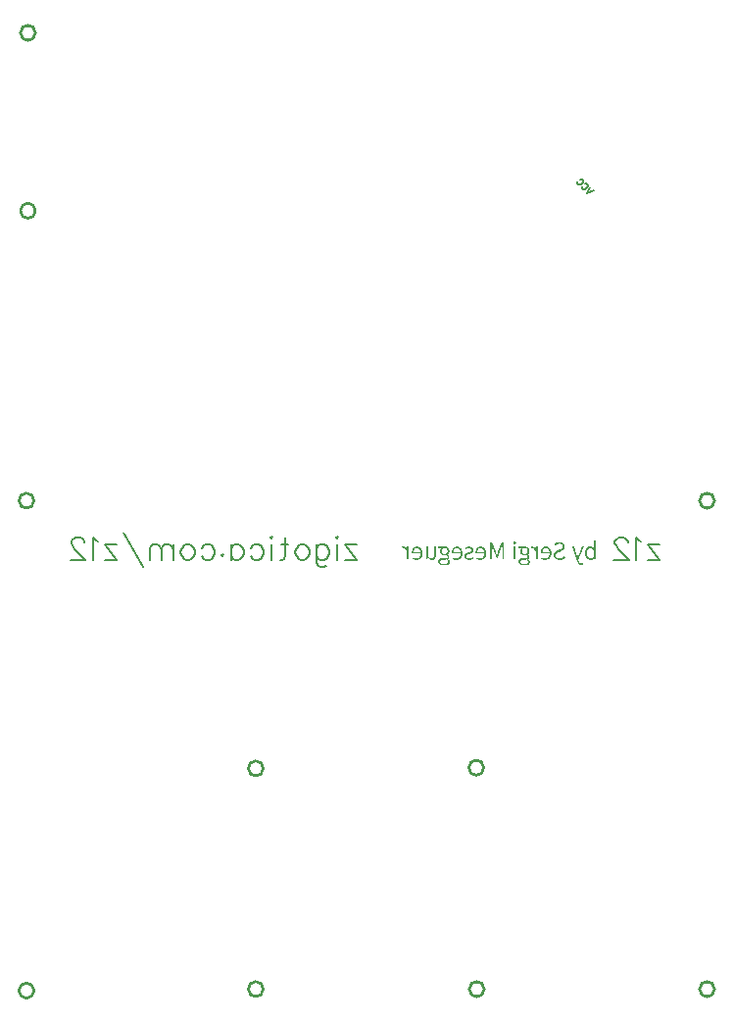
<source format=gbo>
G04 Layer: BottomSilkLayer*
G04 EasyEDA v6.4.7, 2020-12-12T13:13:04+01:00*
G04 d11925a588f84334974d7b2f1f55f34c,4d97e48eab474e129cc19cc013e78dee,10*
G04 Gerber Generator version 0.2*
G04 Scale: 100 percent, Rotated: No, Reflected: No *
G04 Dimensions in millimeters *
G04 leading zeros omitted , absolute positions ,3 integer and 3 decimal *
%FSLAX33Y33*%
%MOMM*%
G90*
D02*

%ADD10C,0.254000*%
%ADD24C,0.203200*%
%ADD26C,0.152400*%

%LPD*%

%LPD*%
G36*
G01X44750Y40556D02*
G01X44702Y40564D01*
G01X44658Y40556D01*
G01X44622Y40534D01*
G01X44599Y40499D01*
G01X44590Y40452D01*
G01X44599Y40405D01*
G01X44622Y40368D01*
G01X44658Y40346D01*
G01X44702Y40338D01*
G01X44750Y40346D01*
G01X44787Y40368D01*
G01X44811Y40405D01*
G01X44819Y40452D01*
G01X44811Y40499D01*
G01X44787Y40534D01*
G01X44750Y40556D01*
G37*

%LPD*%
G36*
G01X35111Y40126D02*
G01X35065Y40130D01*
G01X35033Y40129D01*
G01X35004Y40125D01*
G01X34976Y40118D01*
G01X34948Y40107D01*
G01X34981Y39962D01*
G01X35008Y39970D01*
G01X35032Y39976D01*
G01X35057Y39979D01*
G01X35086Y39980D01*
G01X35122Y39976D01*
G01X35159Y39966D01*
G01X35197Y39948D01*
G01X35234Y39922D01*
G01X35270Y39886D01*
G01X35306Y39842D01*
G01X35338Y39787D01*
G01X35367Y39721D01*
G01X35367Y39005D01*
G01X35533Y39005D01*
G01X35533Y40102D01*
G01X35398Y40102D01*
G01X35383Y39901D01*
G01X35375Y39901D01*
G01X35346Y39950D01*
G01X35313Y39995D01*
G01X35278Y40034D01*
G01X35239Y40067D01*
G01X35198Y40094D01*
G01X35156Y40113D01*
G01X35111Y40126D01*
G37*

%LPD*%
G36*
G01X42761Y40493D02*
G01X42553Y40493D01*
G01X42553Y39005D01*
G01X42711Y39005D01*
G01X42711Y39863D01*
G01X42710Y39913D01*
G01X42709Y39966D01*
G01X42706Y40022D01*
G01X42704Y40078D01*
G01X42700Y40135D01*
G01X42697Y40191D01*
G01X42693Y40245D01*
G01X42690Y40295D01*
G01X42698Y40295D01*
G01X42815Y39957D01*
G01X43107Y39157D01*
G01X43221Y39157D01*
G01X43513Y39957D01*
G01X43633Y40295D01*
G01X43640Y40295D01*
G01X43637Y40245D01*
G01X43634Y40191D01*
G01X43631Y40135D01*
G01X43627Y40078D01*
G01X43625Y40022D01*
G01X43622Y39966D01*
G01X43620Y39913D01*
G01X43620Y39005D01*
G01X43772Y39005D01*
G01X43772Y40493D01*
G01X43564Y40493D01*
G01X43272Y39680D01*
G01X43246Y39600D01*
G01X43219Y39521D01*
G01X43192Y39441D01*
G01X43165Y39363D01*
G01X43155Y39363D01*
G01X43128Y39441D01*
G01X43102Y39521D01*
G01X43077Y39600D01*
G01X43051Y39680D01*
G01X42761Y40493D01*
G37*

%LPD*%
G36*
G01X44786Y40102D02*
G01X44621Y40102D01*
G01X44621Y39005D01*
G01X44786Y39005D01*
G01X44786Y40102D01*
G37*

%LPD*%
G36*
G01X46244Y40126D02*
G01X46198Y40130D01*
G01X46166Y40129D01*
G01X46137Y40125D01*
G01X46110Y40118D01*
G01X46084Y40107D01*
G01X46114Y39962D01*
G01X46141Y39970D01*
G01X46165Y39976D01*
G01X46189Y39979D01*
G01X46218Y39980D01*
G01X46254Y39976D01*
G01X46292Y39966D01*
G01X46330Y39948D01*
G01X46367Y39922D01*
G01X46403Y39886D01*
G01X46438Y39842D01*
G01X46471Y39787D01*
G01X46500Y39721D01*
G01X46500Y39005D01*
G01X46665Y39005D01*
G01X46665Y40102D01*
G01X46531Y40102D01*
G01X46516Y39901D01*
G01X46510Y39901D01*
G01X46480Y39950D01*
G01X46447Y39995D01*
G01X46411Y40034D01*
G01X46372Y40067D01*
G01X46332Y40094D01*
G01X46288Y40113D01*
G01X46244Y40126D01*
G37*

%LPD*%
G36*
G01X36291Y40127D02*
G01X36244Y40130D01*
G01X36178Y40126D01*
G01X36117Y40114D01*
G01X36060Y40094D01*
G01X36010Y40067D01*
G01X35965Y40033D01*
G01X35925Y39992D01*
G01X35891Y39945D01*
G01X35863Y39891D01*
G01X35841Y39831D01*
G01X35825Y39765D01*
G01X35815Y39693D01*
G01X35812Y39617D01*
G01X35812Y39589D01*
G01X35813Y39562D01*
G01X35815Y39538D01*
G01X35820Y39518D01*
G01X36569Y39518D01*
G01X36563Y39458D01*
G01X36553Y39403D01*
G01X36536Y39351D01*
G01X36516Y39304D01*
G01X36490Y39261D01*
G01X36459Y39223D01*
G01X36424Y39190D01*
G01X36386Y39162D01*
G01X36342Y39140D01*
G01X36296Y39124D01*
G01X36246Y39115D01*
G01X36193Y39111D01*
G01X36116Y39117D01*
G01X36044Y39135D01*
G01X35977Y39162D01*
G01X35914Y39200D01*
G01X35853Y39091D01*
G01X35890Y39069D01*
G01X35928Y39048D01*
G01X35969Y39029D01*
G01X36012Y39012D01*
G01X36058Y38998D01*
G01X36106Y38988D01*
G01X36158Y38982D01*
G01X36213Y38979D01*
G01X36267Y38982D01*
G01X36319Y38989D01*
G01X36369Y39001D01*
G01X36417Y39018D01*
G01X36462Y39040D01*
G01X36505Y39065D01*
G01X36546Y39096D01*
G01X36582Y39131D01*
G01X36616Y39170D01*
G01X36646Y39213D01*
G01X36672Y39260D01*
G01X36693Y39311D01*
G01X36711Y39366D01*
G01X36723Y39425D01*
G01X36731Y39487D01*
G01X36734Y39553D01*
G01X36731Y39618D01*
G01X36723Y39680D01*
G01X36710Y39739D01*
G01X36693Y39793D01*
G01X36671Y39844D01*
G01X36645Y39892D01*
G01X36616Y39935D01*
G01X36583Y39975D01*
G01X36548Y40010D01*
G01X36509Y40041D01*
G01X36469Y40068D01*
G01X36427Y40090D01*
G01X36382Y40107D01*
G01X36337Y40120D01*
G01X36291Y40127D01*
G37*

%LPC*%
G36*
G01X36301Y39989D02*
G01X36241Y39995D01*
G01X36178Y39990D01*
G01X36122Y39972D01*
G01X36073Y39944D01*
G01X36032Y39905D01*
G01X36000Y39855D01*
G01X35976Y39793D01*
G01X35962Y39722D01*
G01X35957Y39640D01*
G01X36571Y39640D01*
G01X36557Y39719D01*
G01X36533Y39789D01*
G01X36500Y39850D01*
G01X36459Y39901D01*
G01X36411Y39942D01*
G01X36358Y39971D01*
G01X36301Y39989D01*
G37*

%LPD*%
G36*
G01X37196Y40102D02*
G01X37031Y40102D01*
G01X37031Y39005D01*
G01X37168Y39005D01*
G01X37184Y39180D01*
G01X37189Y39180D01*
G01X37228Y39137D01*
G01X37268Y39098D01*
G01X37310Y39064D01*
G01X37353Y39034D01*
G01X37399Y39011D01*
G01X37448Y38994D01*
G01X37499Y38983D01*
G01X37554Y38979D01*
G01X37609Y38982D01*
G01X37659Y38991D01*
G01X37703Y39006D01*
G01X37742Y39027D01*
G01X37777Y39054D01*
G01X37806Y39087D01*
G01X37831Y39125D01*
G01X37852Y39170D01*
G01X37867Y39220D01*
G01X37879Y39276D01*
G01X37885Y39338D01*
G01X37887Y39406D01*
G01X37887Y40102D01*
G01X37722Y40102D01*
G01X37722Y39426D01*
G01X37719Y39352D01*
G01X37710Y39289D01*
G01X37695Y39237D01*
G01X37672Y39194D01*
G01X37643Y39162D01*
G01X37605Y39139D01*
G01X37560Y39126D01*
G01X37506Y39121D01*
G01X37464Y39124D01*
G01X37424Y39133D01*
G01X37386Y39148D01*
G01X37348Y39168D01*
G01X37312Y39196D01*
G01X37275Y39229D01*
G01X37236Y39268D01*
G01X37196Y39314D01*
G01X37196Y40102D01*
G37*

%LPD*%
G36*
G01X39740Y40127D02*
G01X39693Y40130D01*
G01X39627Y40126D01*
G01X39566Y40114D01*
G01X39510Y40094D01*
G01X39458Y40067D01*
G01X39413Y40033D01*
G01X39373Y39992D01*
G01X39339Y39945D01*
G01X39311Y39891D01*
G01X39288Y39831D01*
G01X39272Y39765D01*
G01X39262Y39693D01*
G01X39259Y39617D01*
G01X39259Y39589D01*
G01X39261Y39562D01*
G01X39263Y39538D01*
G01X39266Y39518D01*
G01X40018Y39518D01*
G01X40013Y39458D01*
G01X40002Y39403D01*
G01X39986Y39351D01*
G01X39965Y39304D01*
G01X39939Y39261D01*
G01X39908Y39223D01*
G01X39873Y39190D01*
G01X39835Y39162D01*
G01X39792Y39140D01*
G01X39745Y39124D01*
G01X39696Y39115D01*
G01X39642Y39111D01*
G01X39564Y39117D01*
G01X39492Y39135D01*
G01X39425Y39162D01*
G01X39363Y39200D01*
G01X39302Y39091D01*
G01X39339Y39069D01*
G01X39378Y39048D01*
G01X39418Y39029D01*
G01X39461Y39012D01*
G01X39507Y38998D01*
G01X39555Y38988D01*
G01X39607Y38982D01*
G01X39663Y38979D01*
G01X39716Y38982D01*
G01X39767Y38989D01*
G01X39817Y39001D01*
G01X39865Y39018D01*
G01X39910Y39040D01*
G01X39953Y39065D01*
G01X39993Y39096D01*
G01X40029Y39131D01*
G01X40063Y39170D01*
G01X40092Y39213D01*
G01X40118Y39260D01*
G01X40140Y39311D01*
G01X40157Y39366D01*
G01X40170Y39425D01*
G01X40178Y39487D01*
G01X40181Y39553D01*
G01X40178Y39618D01*
G01X40170Y39680D01*
G01X40157Y39739D01*
G01X40140Y39793D01*
G01X40118Y39844D01*
G01X40093Y39892D01*
G01X40063Y39935D01*
G01X40031Y39975D01*
G01X39996Y40010D01*
G01X39958Y40041D01*
G01X39918Y40068D01*
G01X39875Y40090D01*
G01X39831Y40107D01*
G01X39786Y40120D01*
G01X39740Y40127D01*
G37*

%LPC*%
G36*
G01X39751Y39989D02*
G01X39691Y39995D01*
G01X39627Y39990D01*
G01X39570Y39972D01*
G01X39521Y39944D01*
G01X39481Y39905D01*
G01X39449Y39855D01*
G01X39425Y39793D01*
G01X39411Y39722D01*
G01X39406Y39640D01*
G01X40018Y39640D01*
G01X40005Y39719D01*
G01X39981Y39789D01*
G01X39949Y39850D01*
G01X39908Y39901D01*
G01X39860Y39942D01*
G01X39807Y39971D01*
G01X39751Y39989D01*
G37*

%LPD*%
G36*
G01X40814Y40124D02*
G01X40729Y40130D01*
G01X40633Y40120D01*
G01X40545Y40095D01*
G01X40465Y40056D01*
G01X40397Y40008D01*
G01X40478Y39901D01*
G01X40535Y39939D01*
G01X40595Y39969D01*
G01X40659Y39990D01*
G01X40729Y39998D01*
G01X40825Y39984D01*
G01X40891Y39948D01*
G01X40930Y39896D01*
G01X40943Y39833D01*
G01X40923Y39761D01*
G01X40871Y39709D01*
G01X40795Y39669D01*
G01X40704Y39634D01*
G01X40644Y39611D01*
G01X40583Y39585D01*
G01X40526Y39555D01*
G01X40474Y39521D01*
G01X40429Y39480D01*
G01X40394Y39431D01*
G01X40372Y39371D01*
G01X40364Y39299D01*
G01X40370Y39235D01*
G01X40390Y39175D01*
G01X40421Y39121D01*
G01X40465Y39074D01*
G01X40521Y39034D01*
G01X40589Y39005D01*
G01X40667Y38986D01*
G01X40757Y38979D01*
G01X40815Y38982D01*
G01X40872Y38990D01*
G01X40928Y39004D01*
G01X40981Y39022D01*
G01X41032Y39044D01*
G01X41080Y39069D01*
G01X41125Y39098D01*
G01X41166Y39129D01*
G01X41082Y39241D01*
G01X41009Y39187D01*
G01X40932Y39145D01*
G01X40847Y39118D01*
G01X40750Y39109D01*
G01X40650Y39123D01*
G01X40580Y39162D01*
G01X40537Y39220D01*
G01X40524Y39292D01*
G01X40530Y39333D01*
G01X40546Y39368D01*
G01X40572Y39399D01*
G01X40605Y39426D01*
G01X40645Y39450D01*
G01X40688Y39471D01*
G01X40733Y39490D01*
G01X40780Y39507D01*
G01X40839Y39529D01*
G01X40897Y39554D01*
G01X40951Y39583D01*
G01X41001Y39616D01*
G01X41043Y39656D01*
G01X41076Y39703D01*
G01X41098Y39758D01*
G01X41105Y39822D01*
G01X41099Y39885D01*
G01X41080Y39943D01*
G01X41049Y39996D01*
G01X41007Y40041D01*
G01X40953Y40078D01*
G01X40889Y40106D01*
G01X40814Y40124D01*
G37*

%LPD*%
G36*
G01X41795Y40127D02*
G01X41748Y40130D01*
G01X41682Y40126D01*
G01X41621Y40114D01*
G01X41565Y40094D01*
G01X41514Y40067D01*
G01X41469Y40033D01*
G01X41429Y39992D01*
G01X41395Y39945D01*
G01X41367Y39891D01*
G01X41345Y39831D01*
G01X41329Y39765D01*
G01X41319Y39693D01*
G01X41316Y39617D01*
G01X41317Y39589D01*
G01X41318Y39562D01*
G01X41320Y39538D01*
G01X41324Y39518D01*
G01X42073Y39518D01*
G01X42068Y39458D01*
G01X42057Y39403D01*
G01X42041Y39351D01*
G01X42020Y39304D01*
G01X41994Y39261D01*
G01X41964Y39223D01*
G01X41929Y39190D01*
G01X41891Y39162D01*
G01X41848Y39140D01*
G01X41801Y39124D01*
G01X41751Y39115D01*
G01X41697Y39111D01*
G01X41620Y39117D01*
G01X41549Y39135D01*
G01X41483Y39162D01*
G01X41420Y39200D01*
G01X41359Y39091D01*
G01X41395Y39069D01*
G01X41434Y39048D01*
G01X41474Y39029D01*
G01X41516Y39012D01*
G01X41562Y38998D01*
G01X41610Y38988D01*
G01X41662Y38982D01*
G01X41717Y38979D01*
G01X41771Y38982D01*
G01X41823Y38989D01*
G01X41873Y39001D01*
G01X41921Y39018D01*
G01X41966Y39040D01*
G01X42010Y39065D01*
G01X42050Y39096D01*
G01X42086Y39131D01*
G01X42120Y39170D01*
G01X42150Y39213D01*
G01X42176Y39260D01*
G01X42198Y39311D01*
G01X42215Y39366D01*
G01X42228Y39425D01*
G01X42236Y39487D01*
G01X42238Y39553D01*
G01X42236Y39618D01*
G01X42228Y39680D01*
G01X42214Y39739D01*
G01X42197Y39793D01*
G01X42175Y39844D01*
G01X42149Y39892D01*
G01X42120Y39935D01*
G01X42087Y39975D01*
G01X42052Y40010D01*
G01X42014Y40041D01*
G01X41973Y40068D01*
G01X41931Y40090D01*
G01X41887Y40107D01*
G01X41841Y40120D01*
G01X41795Y40127D01*
G37*

%LPC*%
G36*
G01X41805Y39989D02*
G01X41745Y39995D01*
G01X41682Y39990D01*
G01X41626Y39972D01*
G01X41577Y39944D01*
G01X41537Y39905D01*
G01X41504Y39855D01*
G01X41480Y39793D01*
G01X41466Y39722D01*
G01X41461Y39640D01*
G01X42076Y39640D01*
G01X42061Y39719D01*
G01X42037Y39789D01*
G01X42004Y39850D01*
G01X41963Y39901D01*
G01X41915Y39942D01*
G01X41862Y39971D01*
G01X41805Y39989D01*
G37*

%LPD*%
G36*
G01X47423Y40127D02*
G01X47377Y40130D01*
G01X47311Y40126D01*
G01X47250Y40114D01*
G01X47193Y40094D01*
G01X47143Y40067D01*
G01X47098Y40033D01*
G01X47058Y39992D01*
G01X47024Y39945D01*
G01X46996Y39891D01*
G01X46974Y39831D01*
G01X46957Y39765D01*
G01X46948Y39693D01*
G01X46945Y39617D01*
G01X46945Y39589D01*
G01X46947Y39562D01*
G01X46949Y39538D01*
G01X46952Y39518D01*
G01X47702Y39518D01*
G01X47697Y39458D01*
G01X47685Y39403D01*
G01X47670Y39351D01*
G01X47649Y39304D01*
G01X47623Y39261D01*
G01X47593Y39223D01*
G01X47558Y39190D01*
G01X47519Y39162D01*
G01X47476Y39140D01*
G01X47429Y39124D01*
G01X47380Y39115D01*
G01X47326Y39111D01*
G01X47249Y39117D01*
G01X47178Y39135D01*
G01X47111Y39162D01*
G01X47049Y39200D01*
G01X46988Y39091D01*
G01X47024Y39069D01*
G01X47062Y39048D01*
G01X47102Y39029D01*
G01X47145Y39012D01*
G01X47191Y38998D01*
G01X47239Y38988D01*
G01X47291Y38982D01*
G01X47346Y38979D01*
G01X47399Y38982D01*
G01X47452Y38989D01*
G01X47502Y39001D01*
G01X47550Y39018D01*
G01X47595Y39040D01*
G01X47638Y39065D01*
G01X47678Y39096D01*
G01X47715Y39131D01*
G01X47748Y39170D01*
G01X47778Y39213D01*
G01X47804Y39260D01*
G01X47826Y39311D01*
G01X47843Y39366D01*
G01X47856Y39425D01*
G01X47864Y39487D01*
G01X47867Y39553D01*
G01X47864Y39618D01*
G01X47856Y39680D01*
G01X47843Y39739D01*
G01X47826Y39793D01*
G01X47804Y39844D01*
G01X47778Y39892D01*
G01X47748Y39935D01*
G01X47716Y39975D01*
G01X47680Y40010D01*
G01X47642Y40041D01*
G01X47602Y40068D01*
G01X47559Y40090D01*
G01X47515Y40107D01*
G01X47470Y40120D01*
G01X47423Y40127D01*
G37*

%LPC*%
G36*
G01X47434Y39989D02*
G01X47374Y39995D01*
G01X47311Y39990D01*
G01X47255Y39972D01*
G01X47206Y39944D01*
G01X47165Y39905D01*
G01X47133Y39855D01*
G01X47109Y39793D01*
G01X47095Y39722D01*
G01X47090Y39640D01*
G01X47704Y39640D01*
G01X47690Y39719D01*
G01X47666Y39789D01*
G01X47633Y39850D01*
G01X47591Y39901D01*
G01X47544Y39942D01*
G01X47491Y39971D01*
G01X47434Y39989D01*
G37*

%LPD*%
G36*
G01X48612Y40515D02*
G01X48548Y40518D01*
G01X48482Y40515D01*
G01X48420Y40505D01*
G01X48360Y40488D01*
G01X48303Y40467D01*
G01X48250Y40440D01*
G01X48201Y40409D01*
G01X48156Y40374D01*
G01X48116Y40335D01*
G01X48205Y40229D01*
G01X48240Y40260D01*
G01X48277Y40287D01*
G01X48316Y40312D01*
G01X48357Y40332D01*
G01X48401Y40349D01*
G01X48447Y40361D01*
G01X48496Y40368D01*
G01X48548Y40371D01*
G01X48610Y40367D01*
G01X48666Y40355D01*
G01X48715Y40335D01*
G01X48757Y40309D01*
G01X48791Y40276D01*
G01X48816Y40237D01*
G01X48832Y40192D01*
G01X48837Y40142D01*
G01X48831Y40090D01*
G01X48814Y40045D01*
G01X48788Y40007D01*
G01X48755Y39975D01*
G01X48717Y39947D01*
G01X48675Y39924D01*
G01X48632Y39903D01*
G01X48588Y39883D01*
G01X48372Y39792D01*
G01X48310Y39763D01*
G01X48252Y39730D01*
G01X48200Y39692D01*
G01X48155Y39649D01*
G01X48117Y39599D01*
G01X48089Y39540D01*
G01X48071Y39473D01*
G01X48065Y39396D01*
G01X48069Y39338D01*
G01X48081Y39284D01*
G01X48100Y39232D01*
G01X48126Y39184D01*
G01X48159Y39140D01*
G01X48200Y39099D01*
G01X48246Y39065D01*
G01X48298Y39035D01*
G01X48357Y39011D01*
G01X48420Y38994D01*
G01X48489Y38983D01*
G01X48563Y38979D01*
G01X48641Y38983D01*
G01X48716Y38994D01*
G01X48786Y39013D01*
G01X48853Y39038D01*
G01X48916Y39070D01*
G01X48975Y39108D01*
G01X49030Y39151D01*
G01X49081Y39200D01*
G01X48979Y39314D01*
G01X48937Y39274D01*
G01X48890Y39237D01*
G01X48841Y39205D01*
G01X48789Y39178D01*
G01X48735Y39156D01*
G01X48679Y39140D01*
G01X48621Y39130D01*
G01X48563Y39126D01*
G01X48490Y39131D01*
G01X48426Y39145D01*
G01X48370Y39168D01*
G01X48323Y39198D01*
G01X48285Y39235D01*
G01X48258Y39279D01*
G01X48241Y39328D01*
G01X48235Y39383D01*
G01X48240Y39438D01*
G01X48255Y39485D01*
G01X48278Y39523D01*
G01X48309Y39556D01*
G01X48346Y39585D01*
G01X48390Y39610D01*
G01X48437Y39634D01*
G01X48489Y39657D01*
G01X48705Y39751D01*
G01X48757Y39776D01*
G01X48810Y39806D01*
G01X48861Y39841D01*
G01X48908Y39882D01*
G01X48948Y39931D01*
G01X48979Y39988D01*
G01X49000Y40054D01*
G01X49007Y40130D01*
G01X49003Y40185D01*
G01X48992Y40237D01*
G01X48973Y40286D01*
G01X48947Y40331D01*
G01X48915Y40372D01*
G01X48877Y40409D01*
G01X48833Y40441D01*
G01X48784Y40468D01*
G01X48731Y40489D01*
G01X48674Y40505D01*
G01X48612Y40515D01*
G37*

%LPD*%
G36*
G01X51717Y40622D02*
G01X51552Y40622D01*
G01X51552Y40173D01*
G01X51560Y39972D01*
G01X51521Y40004D01*
G01X51480Y40033D01*
G01X51437Y40060D01*
G01X51393Y40083D01*
G01X51348Y40103D01*
G01X51301Y40117D01*
G01X51254Y40127D01*
G01X51207Y40130D01*
G01X51155Y40127D01*
G01X51106Y40120D01*
G01X51060Y40107D01*
G01X51017Y40090D01*
G01X50978Y40068D01*
G01X50942Y40042D01*
G01X50909Y40011D01*
G01X50880Y39977D01*
G01X50853Y39939D01*
G01X50831Y39896D01*
G01X50812Y39850D01*
G01X50796Y39801D01*
G01X50783Y39748D01*
G01X50775Y39692D01*
G01X50770Y39633D01*
G01X50767Y39571D01*
G01X50770Y39502D01*
G01X50778Y39437D01*
G01X50790Y39377D01*
G01X50807Y39320D01*
G01X50827Y39267D01*
G01X50852Y39218D01*
G01X50881Y39174D01*
G01X50912Y39134D01*
G01X50947Y39098D01*
G01X50984Y39067D01*
G01X51024Y39041D01*
G01X51065Y39019D01*
G01X51109Y39001D01*
G01X51154Y38989D01*
G01X51200Y38982D01*
G01X51248Y38979D01*
G01X51326Y38988D01*
G01X51408Y39016D01*
G01X51489Y39059D01*
G01X51565Y39119D01*
G01X51570Y39119D01*
G01X51588Y39005D01*
G01X51717Y39005D01*
G01X51717Y40622D01*
G37*

%LPC*%
G36*
G01X51318Y39980D02*
G01X51245Y39990D01*
G01X51193Y39986D01*
G01X51146Y39976D01*
G01X51105Y39959D01*
G01X51069Y39936D01*
G01X51037Y39907D01*
G01X51011Y39873D01*
G01X50988Y39833D01*
G01X50971Y39788D01*
G01X50957Y39739D01*
G01X50948Y39686D01*
G01X50942Y39629D01*
G01X50940Y39568D01*
G01X50943Y39501D01*
G01X50951Y39439D01*
G01X50966Y39381D01*
G01X50984Y39329D01*
G01X51007Y39281D01*
G01X51035Y39240D01*
G01X51067Y39204D01*
G01X51102Y39174D01*
G01X51140Y39150D01*
G01X51182Y39133D01*
G01X51226Y39122D01*
G01X51273Y39119D01*
G01X51333Y39125D01*
G01X51402Y39145D01*
G01X51476Y39182D01*
G01X51552Y39238D01*
G01X51552Y39833D01*
G01X51472Y39900D01*
G01X51394Y39949D01*
G01X51318Y39980D01*
G37*

%LPD*%
G36*
G01X49820Y40102D02*
G01X49658Y40102D01*
G01X50077Y38903D01*
G01X50095Y38852D01*
G01X50116Y38802D01*
G01X50139Y38756D01*
G01X50164Y38712D01*
G01X50192Y38672D01*
G01X50223Y38636D01*
G01X50256Y38604D01*
G01X50293Y38576D01*
G01X50333Y38554D01*
G01X50377Y38538D01*
G01X50424Y38528D01*
G01X50475Y38524D01*
G01X50510Y38526D01*
G01X50543Y38530D01*
G01X50574Y38537D01*
G01X50602Y38547D01*
G01X50567Y38682D01*
G01X50549Y38676D01*
G01X50528Y38670D01*
G01X50506Y38666D01*
G01X50483Y38664D01*
G01X50437Y38669D01*
G01X50396Y38683D01*
G01X50359Y38705D01*
G01X50325Y38735D01*
G01X50296Y38772D01*
G01X50269Y38814D01*
G01X50246Y38862D01*
G01X50226Y38913D01*
G01X50201Y38999D01*
G01X50646Y40102D01*
G01X50473Y40102D01*
G01X50239Y39474D01*
G01X50212Y39399D01*
G01X50156Y39241D01*
G01X50127Y39165D01*
G01X50117Y39165D01*
G01X50094Y39241D01*
G01X50072Y39320D01*
G01X50049Y39399D01*
G01X50026Y39474D01*
G01X49820Y40102D01*
G37*

%LPD*%
G36*
G01X38696Y40127D02*
G01X38642Y40130D01*
G01X38597Y40128D01*
G01X38557Y40122D01*
G01X38521Y40112D01*
G01X38489Y40102D01*
G01X38108Y40102D01*
G01X38108Y39975D01*
G01X38342Y39975D01*
G01X38303Y39929D01*
G01X38273Y39873D01*
G01X38252Y39808D01*
G01X38245Y39736D01*
G01X38249Y39680D01*
G01X38260Y39626D01*
G01X38276Y39578D01*
G01X38299Y39533D01*
G01X38327Y39492D01*
G01X38361Y39457D01*
G01X38399Y39426D01*
G01X38440Y39400D01*
G01X38487Y39379D01*
G01X38535Y39365D01*
G01X38587Y39356D01*
G01X38642Y39352D01*
G01X38684Y39355D01*
G01X38727Y39362D01*
G01X38770Y39375D01*
G01X38809Y39393D01*
G01X38838Y39366D01*
G01X38862Y39335D01*
G01X38877Y39298D01*
G01X38883Y39253D01*
G01X38874Y39204D01*
G01X38842Y39166D01*
G01X38782Y39141D01*
G01X38687Y39132D01*
G01X38469Y39132D01*
G01X38380Y39127D01*
G01X38304Y39116D01*
G01X38239Y39096D01*
G01X38185Y39069D01*
G01X38144Y39032D01*
G01X38114Y38987D01*
G01X38096Y38933D01*
G01X38090Y38870D01*
G01X38095Y38821D01*
G01X38108Y38773D01*
G01X38129Y38728D01*
G01X38158Y38684D01*
G01X38194Y38644D01*
G01X38239Y38608D01*
G01X38289Y38575D01*
G01X38347Y38547D01*
G01X38411Y38525D01*
G01X38481Y38508D01*
G01X38556Y38498D01*
G01X38636Y38494D01*
G01X38702Y38496D01*
G01X38764Y38503D01*
G01X38822Y38514D01*
G01X38875Y38529D01*
G01X38923Y38549D01*
G01X38966Y38572D01*
G01X39003Y38600D01*
G01X39034Y38631D01*
G01X39058Y38665D01*
G01X39076Y38704D01*
G01X39088Y38746D01*
G01X39091Y38791D01*
G01X39080Y38861D01*
G01X39048Y38927D01*
G01X38997Y38989D01*
G01X38929Y39043D01*
G01X38929Y39050D01*
G01X38968Y39081D01*
G01X38999Y39122D01*
G01X39020Y39172D01*
G01X39028Y39233D01*
G01X39016Y39298D01*
G01X38987Y39353D01*
G01X38948Y39400D01*
G01X38906Y39436D01*
G01X38906Y39444D01*
G01X38958Y39495D01*
G01X39004Y39564D01*
G01X39036Y39647D01*
G01X39048Y39741D01*
G01X39044Y39798D01*
G01X39033Y39851D01*
G01X39015Y39901D01*
G01X38992Y39946D01*
G01X38962Y39986D01*
G01X38928Y40023D01*
G01X38888Y40055D01*
G01X38845Y40081D01*
G01X38799Y40102D01*
G01X38748Y40117D01*
G01X38696Y40127D01*
G37*

%LPC*%
G36*
G01X38878Y38962D02*
G01X38824Y39010D01*
G01X38786Y39001D01*
G01X38748Y38995D01*
G01X38713Y38991D01*
G01X38685Y38989D01*
G01X38484Y38989D01*
G01X38383Y38982D01*
G01X38311Y38958D01*
G01X38268Y38914D01*
G01X38253Y38847D01*
G01X38260Y38803D01*
G01X38279Y38760D01*
G01X38310Y38720D01*
G01X38351Y38684D01*
G01X38404Y38654D01*
G01X38466Y38631D01*
G01X38537Y38616D01*
G01X38616Y38611D01*
G01X38689Y38614D01*
G01X38753Y38625D01*
G01X38809Y38642D01*
G01X38856Y38665D01*
G01X38894Y38695D01*
G01X38921Y38729D01*
G01X38938Y38768D01*
G01X38944Y38811D01*
G01X38937Y38862D01*
G01X38915Y38913D01*
G01X38878Y38962D01*
G37*
G36*
G01X38691Y40001D02*
G01X38642Y40005D01*
G01X38592Y40001D01*
G01X38546Y39987D01*
G01X38504Y39965D01*
G01X38468Y39934D01*
G01X38438Y39896D01*
G01X38415Y39851D01*
G01X38400Y39799D01*
G01X38395Y39741D01*
G01X38400Y39681D01*
G01X38415Y39627D01*
G01X38438Y39581D01*
G01X38469Y39541D01*
G01X38505Y39509D01*
G01X38548Y39486D01*
G01X38593Y39472D01*
G01X38642Y39467D01*
G01X38690Y39472D01*
G01X38736Y39486D01*
G01X38778Y39509D01*
G01X38814Y39541D01*
G01X38845Y39581D01*
G01X38868Y39627D01*
G01X38883Y39681D01*
G01X38888Y39741D01*
G01X38883Y39800D01*
G01X38869Y39852D01*
G01X38846Y39897D01*
G01X38816Y39935D01*
G01X38780Y39965D01*
G01X38738Y39987D01*
G01X38691Y40001D01*
G37*

%LPD*%
G36*
G01X45610Y40127D02*
G01X45555Y40130D01*
G01X45512Y40128D01*
G01X45472Y40122D01*
G01X45436Y40112D01*
G01X45403Y40102D01*
G01X45025Y40102D01*
G01X45025Y39975D01*
G01X45256Y39975D01*
G01X45217Y39929D01*
G01X45187Y39873D01*
G01X45166Y39808D01*
G01X45159Y39736D01*
G01X45163Y39680D01*
G01X45173Y39626D01*
G01X45190Y39578D01*
G01X45213Y39533D01*
G01X45241Y39492D01*
G01X45274Y39457D01*
G01X45313Y39426D01*
G01X45354Y39400D01*
G01X45400Y39379D01*
G01X45449Y39365D01*
G01X45501Y39356D01*
G01X45555Y39352D01*
G01X45599Y39355D01*
G01X45642Y39362D01*
G01X45685Y39375D01*
G01X45726Y39393D01*
G01X45754Y39366D01*
G01X45778Y39335D01*
G01X45794Y39298D01*
G01X45799Y39253D01*
G01X45790Y39204D01*
G01X45758Y39166D01*
G01X45698Y39141D01*
G01X45604Y39132D01*
G01X45383Y39132D01*
G01X45294Y39127D01*
G01X45218Y39116D01*
G01X45153Y39096D01*
G01X45100Y39069D01*
G01X45060Y39032D01*
G01X45030Y38987D01*
G01X45012Y38933D01*
G01X45007Y38870D01*
G01X45011Y38821D01*
G01X45024Y38773D01*
G01X45045Y38728D01*
G01X45074Y38684D01*
G01X45111Y38644D01*
G01X45155Y38608D01*
G01X45206Y38575D01*
G01X45263Y38547D01*
G01X45327Y38525D01*
G01X45397Y38508D01*
G01X45472Y38498D01*
G01X45553Y38494D01*
G01X45618Y38496D01*
G01X45680Y38503D01*
G01X45737Y38514D01*
G01X45790Y38529D01*
G01X45837Y38549D01*
G01X45880Y38572D01*
G01X45917Y38600D01*
G01X45948Y38631D01*
G01X45972Y38665D01*
G01X45990Y38704D01*
G01X46001Y38746D01*
G01X46005Y38791D01*
G01X45994Y38861D01*
G01X45962Y38927D01*
G01X45911Y38989D01*
G01X45842Y39043D01*
G01X45842Y39050D01*
G01X45883Y39081D01*
G01X45914Y39122D01*
G01X45934Y39172D01*
G01X45941Y39233D01*
G01X45930Y39298D01*
G01X45901Y39353D01*
G01X45862Y39400D01*
G01X45820Y39436D01*
G01X45820Y39444D01*
G01X45872Y39495D01*
G01X45918Y39564D01*
G01X45950Y39647D01*
G01X45962Y39741D01*
G01X45958Y39798D01*
G01X45947Y39851D01*
G01X45930Y39901D01*
G01X45906Y39946D01*
G01X45877Y39986D01*
G01X45842Y40023D01*
G01X45803Y40055D01*
G01X45760Y40081D01*
G01X45713Y40102D01*
G01X45663Y40117D01*
G01X45610Y40127D01*
G37*

%LPC*%
G36*
G01X45793Y38962D02*
G01X45738Y39010D01*
G01X45700Y39001D01*
G01X45663Y38995D01*
G01X45628Y38991D01*
G01X45599Y38989D01*
G01X45398Y38989D01*
G01X45299Y38982D01*
G01X45227Y38958D01*
G01X45184Y38914D01*
G01X45169Y38847D01*
G01X45176Y38803D01*
G01X45195Y38760D01*
G01X45226Y38720D01*
G01X45268Y38684D01*
G01X45320Y38654D01*
G01X45382Y38631D01*
G01X45452Y38616D01*
G01X45530Y38611D01*
G01X45603Y38614D01*
G01X45668Y38625D01*
G01X45725Y38642D01*
G01X45772Y38665D01*
G01X45810Y38695D01*
G01X45837Y38729D01*
G01X45855Y38768D01*
G01X45860Y38811D01*
G01X45853Y38862D01*
G01X45831Y38913D01*
G01X45793Y38962D01*
G37*
G36*
G01X45605Y40001D02*
G01X45555Y40005D01*
G01X45507Y40001D01*
G01X45461Y39987D01*
G01X45420Y39965D01*
G01X45384Y39934D01*
G01X45354Y39896D01*
G01X45331Y39851D01*
G01X45317Y39799D01*
G01X45312Y39741D01*
G01X45317Y39681D01*
G01X45331Y39627D01*
G01X45354Y39581D01*
G01X45384Y39541D01*
G01X45420Y39509D01*
G01X45461Y39486D01*
G01X45507Y39472D01*
G01X45555Y39467D01*
G01X45604Y39472D01*
G01X45649Y39486D01*
G01X45692Y39509D01*
G01X45728Y39541D01*
G01X45759Y39581D01*
G01X45782Y39627D01*
G01X45797Y39681D01*
G01X45802Y39741D01*
G01X45797Y39800D01*
G01X45782Y39852D01*
G01X45760Y39897D01*
G01X45730Y39935D01*
G01X45694Y39965D01*
G01X45652Y39987D01*
G01X45605Y40001D01*
G37*

%LPD*%
G54D24*
G01X30066Y40281D02*
G01X31082Y38988D01*
G01X31082Y40281D02*
G01X30066Y40281D01*
G01X31082Y38988D02*
G01X30066Y38988D01*
G01X29457Y40928D02*
G01X29365Y40836D01*
G01X29272Y40928D01*
G01X29365Y41020D01*
G01X29457Y40928D01*
G01X29365Y40281D02*
G01X29365Y38988D01*
G01X27554Y40281D02*
G01X27554Y38804D01*
G01X27647Y38527D01*
G01X27739Y38434D01*
G01X27924Y38342D01*
G01X28201Y38342D01*
G01X28385Y38434D01*
G01X27554Y40004D02*
G01X27739Y40189D01*
G01X27924Y40281D01*
G01X28201Y40281D01*
G01X28385Y40189D01*
G01X28570Y40004D01*
G01X28663Y39727D01*
G01X28663Y39543D01*
G01X28570Y39265D01*
G01X28385Y39081D01*
G01X28201Y38988D01*
G01X27924Y38988D01*
G01X27739Y39081D01*
G01X27554Y39265D01*
G01X26483Y40281D02*
G01X26668Y40189D01*
G01X26852Y40004D01*
G01X26945Y39727D01*
G01X26945Y39543D01*
G01X26852Y39265D01*
G01X26668Y39081D01*
G01X26483Y38988D01*
G01X26206Y38988D01*
G01X26021Y39081D01*
G01X25836Y39265D01*
G01X25744Y39543D01*
G01X25744Y39727D01*
G01X25836Y40004D01*
G01X26021Y40189D01*
G01X26206Y40281D01*
G01X26483Y40281D01*
G01X24857Y40928D02*
G01X24857Y39358D01*
G01X24765Y39081D01*
G01X24580Y38988D01*
G01X24395Y38988D01*
G01X25134Y40281D02*
G01X24488Y40281D01*
G01X23786Y40928D02*
G01X23693Y40836D01*
G01X23601Y40928D01*
G01X23693Y41020D01*
G01X23786Y40928D01*
G01X23693Y40281D02*
G01X23693Y38988D01*
G01X21883Y40004D02*
G01X22068Y40189D01*
G01X22253Y40281D01*
G01X22530Y40281D01*
G01X22714Y40189D01*
G01X22899Y40004D01*
G01X22991Y39727D01*
G01X22991Y39543D01*
G01X22899Y39265D01*
G01X22714Y39081D01*
G01X22530Y38988D01*
G01X22253Y38988D01*
G01X22068Y39081D01*
G01X21883Y39265D01*
G01X20165Y40281D02*
G01X20165Y38988D01*
G01X20165Y40004D02*
G01X20350Y40189D01*
G01X20535Y40281D01*
G01X20812Y40281D01*
G01X20996Y40189D01*
G01X21181Y40004D01*
G01X21273Y39727D01*
G01X21273Y39543D01*
G01X21181Y39265D01*
G01X20996Y39081D01*
G01X20812Y38988D01*
G01X20535Y38988D01*
G01X20350Y39081D01*
G01X20165Y39265D01*
G01X19463Y39450D02*
G01X19556Y39358D01*
G01X19463Y39265D01*
G01X19371Y39358D01*
G01X19463Y39450D01*
G01X17653Y40004D02*
G01X17838Y40189D01*
G01X18022Y40281D01*
G01X18299Y40281D01*
G01X18484Y40189D01*
G01X18669Y40004D01*
G01X18761Y39727D01*
G01X18761Y39543D01*
G01X18669Y39265D01*
G01X18484Y39081D01*
G01X18299Y38988D01*
G01X18022Y38988D01*
G01X17838Y39081D01*
G01X17653Y39265D01*
G01X16581Y40281D02*
G01X16766Y40189D01*
G01X16951Y40004D01*
G01X17043Y39727D01*
G01X17043Y39543D01*
G01X16951Y39265D01*
G01X16766Y39081D01*
G01X16581Y38988D01*
G01X16304Y38988D01*
G01X16120Y39081D01*
G01X15935Y39265D01*
G01X15842Y39543D01*
G01X15842Y39727D01*
G01X15935Y40004D01*
G01X16120Y40189D01*
G01X16304Y40281D01*
G01X16581Y40281D01*
G01X15233Y40281D02*
G01X15233Y38988D01*
G01X15233Y39912D02*
G01X14956Y40189D01*
G01X14771Y40281D01*
G01X14494Y40281D01*
G01X14309Y40189D01*
G01X14217Y39912D01*
G01X14217Y38988D01*
G01X14217Y39912D02*
G01X13940Y40189D01*
G01X13755Y40281D01*
G01X13478Y40281D01*
G01X13293Y40189D01*
G01X13201Y39912D01*
G01X13201Y38988D01*
G01X10929Y41297D02*
G01X12591Y38342D01*
G01X9303Y40281D02*
G01X10319Y38988D01*
G01X10319Y40281D02*
G01X9303Y40281D01*
G01X10319Y38988D02*
G01X9303Y38988D01*
G01X8694Y40559D02*
G01X8509Y40651D01*
G01X8232Y40928D01*
G01X8232Y38988D01*
G01X7530Y40466D02*
G01X7530Y40559D01*
G01X7437Y40743D01*
G01X7345Y40836D01*
G01X7160Y40928D01*
G01X6791Y40928D01*
G01X6606Y40836D01*
G01X6514Y40743D01*
G01X6421Y40559D01*
G01X6421Y40374D01*
G01X6514Y40189D01*
G01X6698Y39912D01*
G01X7622Y38988D01*
G01X6329Y38988D01*
G01X56228Y40281D02*
G01X57244Y38988D01*
G01X57244Y40281D02*
G01X56228Y40281D01*
G01X57244Y38988D02*
G01X56228Y38988D01*
G01X55619Y40559D02*
G01X55434Y40651D01*
G01X55157Y40928D01*
G01X55157Y38988D01*
G01X54455Y40466D02*
G01X54455Y40559D01*
G01X54363Y40743D01*
G01X54270Y40836D01*
G01X54086Y40928D01*
G01X53716Y40928D01*
G01X53531Y40836D01*
G01X53439Y40743D01*
G01X53347Y40559D01*
G01X53347Y40374D01*
G01X53439Y40189D01*
G01X53624Y39912D01*
G01X54547Y38988D01*
G01X53254Y38988D01*
G54D26*
G01X51491Y70843D02*
G01X50970Y70610D01*
G01X51204Y71130D02*
G01X50970Y70610D01*
G01X50726Y71429D02*
G01X50780Y71446D01*
G01X50852Y71446D01*
G01X50906Y71429D01*
G01X50977Y71357D01*
G01X50995Y71303D01*
G01X50995Y71231D01*
G01X50977Y71177D01*
G01X50941Y71105D01*
G01X50852Y71015D01*
G01X50780Y70980D01*
G01X50726Y70962D01*
G01X50654Y70962D01*
G01X50600Y70980D01*
G01X50528Y71051D01*
G01X50510Y71105D01*
G01X50510Y71177D01*
G01X50528Y71231D01*
G01X50338Y71816D02*
G01X50392Y71834D01*
G01X50464Y71834D01*
G01X50518Y71816D01*
G01X50589Y71745D01*
G01X50607Y71691D01*
G01X50607Y71619D01*
G01X50589Y71565D01*
G01X50553Y71493D01*
G01X50464Y71403D01*
G01X50392Y71367D01*
G01X50338Y71350D01*
G01X50266Y71350D01*
G01X50212Y71367D01*
G01X50140Y71439D01*
G01X50122Y71493D01*
G01X50122Y71565D01*
G01X50140Y71619D01*
G54D10*
G75*
G01X3285Y84471D02*
G03X3285Y84471I-650J0D01*
G01*
G75*
G01X3285Y69104D02*
G03X3285Y69104I-650J0D01*
G01*
G75*
G01X61959Y1921D02*
G03X61959Y1921I-650J0D01*
G01*
G75*
G01X42020Y21035D02*
G03X42020Y21035I-650J0D01*
G01*
G75*
G01X22970Y20971D02*
G03X22970Y20971I-650J0D01*
G01*
G75*
G01X22970Y1921D02*
G03X22970Y1921I-650J0D01*
G01*
G75*
G01X42066Y1921D02*
G03X42066Y1921I-650J0D01*
G01*
G75*
G01X3158Y44085D02*
G03X3158Y44085I-650J0D01*
G01*
G75*
G01X61959Y44085D02*
G03X61959Y44085I-650J0D01*
G01*
G75*
G01X3158Y1794D02*
G03X3158Y1794I-650J0D01*
G01*
M00*
M02*

</source>
